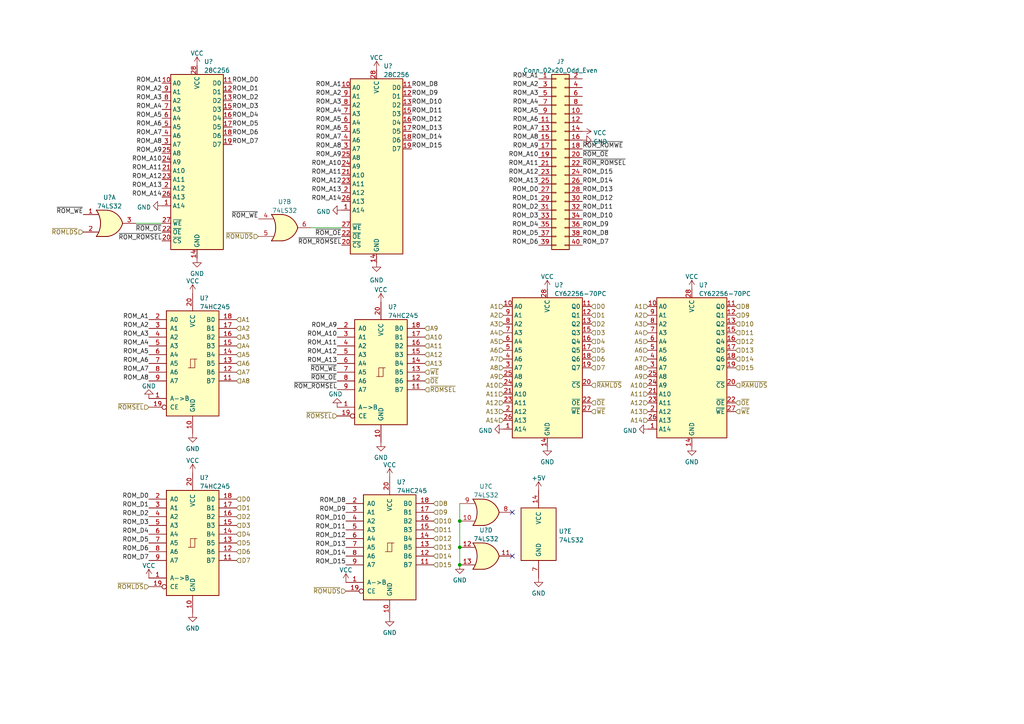
<source format=kicad_sch>
(kicad_sch (version 20211123) (generator eeschema)
  (paper "A4")
  (lib_symbols
    (symbol "74xx:74HC245" (pin_names (offset 1.016))
      (property "Reference" "U" (at -7.62 16.51 0))
      (property "Value" "74HC245" (at -7.62 -16.51 0))
      (symbol "74HC245_1_0"
        (polyline (pts (xy -0.635 -1.27) (xy -0.635 1.27) (xy 0.635 1.27)))
        (polyline (pts (xy -1.27 -1.27) (xy 0.635 -1.27) (xy 0.635 1.27) (xy 1.27 1.27)))
        (pin input line (at -12.7 -10.16 0) (length 5.08) (name "A->B") (number "1"))
        (pin power_in line (at 0 -20.32 90) (length 5.08) (name "GND") (number "10"))
        (pin tri_state line (at 12.7 -5.08 180) (length 5.08) (name "B7") (number "11"))
        (pin tri_state line (at 12.7 -2.54 180) (length 5.08) (name "B6") (number "12"))
        (pin tri_state line (at 12.7 0 180) (length 5.08) (name "B5") (number "13"))
        (pin tri_state line (at 12.7 2.54 180) (length 5.08) (name "B4") (number "14"))
        (pin tri_state line (at 12.7 5.08 180) (length 5.08) (name "B3") (number "15"))
        (pin tri_state line (at 12.7 7.62 180) (length 5.08) (name "B2") (number "16"))
        (pin tri_state line (at 12.7 10.16 180) (length 5.08) (name "B1") (number "17"))
        (pin tri_state line (at 12.7 12.7 180) (length 5.08) (name "B0") (number "18"))
        (pin input inverted (at -12.7 -12.7 0) (length 5.08) (name "CE") (number "19"))
        (pin tri_state line (at -12.7 12.7 0) (length 5.08) (name "A0") (number "2"))
        (pin power_in line (at 0 20.32 270) (length 5.08) (name "VCC") (number "20"))
        (pin tri_state line (at -12.7 10.16 0) (length 5.08) (name "A1") (number "3"))
        (pin tri_state line (at -12.7 7.62 0) (length 5.08) (name "A2") (number "4"))
        (pin tri_state line (at -12.7 5.08 0) (length 5.08) (name "A3") (number "5"))
        (pin tri_state line (at -12.7 2.54 0) (length 5.08) (name "A4") (number "6"))
        (pin tri_state line (at -12.7 0 0) (length 5.08) (name "A5") (number "7"))
        (pin tri_state line (at -12.7 -2.54 0) (length 5.08) (name "A6") (number "8"))
        (pin tri_state line (at -12.7 -5.08 0) (length 5.08) (name "A7") (number "9"))
      )
      (symbol "74HC245_1_1"
        (rectangle (start -7.62 15.24) (end 7.62 -15.24) (stroke (width 0.254)) (fill (type background)))
      )
    )
    (symbol "74xx:74LS32" (pin_names (offset 1.016))
      (property "Reference" "U" (at 0 1.27 0))
      (property "Value" "74LS32" (at 0 -1.27 0))
      (symbol "74LS32_1_1"
        (arc (start -3.81 -3.81) (mid -2.589 0) (end -3.81 3.81) (stroke (width 0.254)))
        (arc (start -0.6096 -3.81) (mid 2.1842 -2.5851) (end 3.81 0) (stroke (width 0.254)) (fill (type background)))
        (polyline (pts (xy -3.81 -3.81) (xy -0.635 -3.81)) (stroke (width 0.254)) (fill (type background)))
        (polyline (pts (xy -3.81 3.81) (xy -0.635 3.81)) (stroke (width 0.254)) (fill (type background)))
        (polyline (pts (xy -0.635 3.81) (xy -3.81 3.81) (xy -3.81 3.81) (xy -3.556 3.4036) (xy -3.0226 2.2606) (xy -2.6924 1.0414) (xy -2.6162 -0.254) (xy -2.7686 -1.4986) (xy -3.175 -2.7178) (xy -3.81 -3.81) (xy -3.81 -3.81) (xy -0.635 -3.81)) (stroke (width -25.4)) (fill (type background)))
        (arc (start 3.81 0) (mid 2.1915 2.5936) (end -0.6096 3.81) (stroke (width 0.254)) (fill (type background)))
        (pin input line (at -7.62 2.54 0) (length 4.318) (name "~") (number "1"))
        (pin input line (at -7.62 -2.54 0) (length 4.318) (name "~") (number "2"))
        (pin output line (at 7.62 0 180) (length 3.81) (name "~") (number "3"))
      )
      (symbol "74LS32_1_2"
        (arc (start 0 -3.81) (mid 3.81 0) (end 0 3.81) (stroke (width 0.254)) (fill (type background)))
        (polyline (pts (xy 0 3.81) (xy -3.81 3.81) (xy -3.81 -3.81) (xy 0 -3.81)) (stroke (width 0.254)) (fill (type background)))
        (pin input inverted (at -7.62 2.54 0) (length 3.81) (name "~") (number "1"))
        (pin input inverted (at -7.62 -2.54 0) (length 3.81) (name "~") (number "2"))
        (pin output inverted (at 7.62 0 180) (length 3.81) (name "~") (number "3"))
      )
      (symbol "74LS32_2_1"
        (arc (start -3.81 -3.81) (mid -2.589 0) (end -3.81 3.81) (stroke (width 0.254)))
        (arc (start -0.6096 -3.81) (mid 2.1842 -2.5851) (end 3.81 0) (stroke (width 0.254)) (fill (type background)))
        (polyline (pts (xy -3.81 -3.81) (xy -0.635 -3.81)) (stroke (width 0.254)) (fill (type background)))
        (polyline (pts (xy -3.81 3.81) (xy -0.635 3.81)) (stroke (width 0.254)) (fill (type background)))
        (polyline (pts (xy -0.635 3.81) (xy -3.81 3.81) (xy -3.81 3.81) (xy -3.556 3.4036) (xy -3.0226 2.2606) (xy -2.6924 1.0414) (xy -2.6162 -0.254) (xy -2.7686 -1.4986) (xy -3.175 -2.7178) (xy -3.81 -3.81) (xy -3.81 -3.81) (xy -0.635 -3.81)) (stroke (width -25.4)) (fill (type background)))
        (arc (start 3.81 0) (mid 2.1915 2.5936) (end -0.6096 3.81) (stroke (width 0.254)) (fill (type background)))
        (pin input line (at -7.62 2.54 0) (length 4.318) (name "~") (number "4"))
        (pin input line (at -7.62 -2.54 0) (length 4.318) (name "~") (number "5"))
        (pin output line (at 7.62 0 180) (length 3.81) (name "~") (number "6"))
      )
      (symbol "74LS32_2_2"
        (arc (start 0 -3.81) (mid 3.81 0) (end 0 3.81) (stroke (width 0.254)) (fill (type background)))
        (polyline (pts (xy 0 3.81) (xy -3.81 3.81) (xy -3.81 -3.81) (xy 0 -3.81)) (stroke (width 0.254)) (fill (type background)))
        (pin input inverted (at -7.62 2.54 0) (length 3.81) (name "~") (number "4"))
        (pin input inverted (at -7.62 -2.54 0) (length 3.81) (name "~") (number "5"))
        (pin output inverted (at 7.62 0 180) (length 3.81) (name "~") (number "6"))
      )
      (symbol "74LS32_3_1"
        (arc (start -3.81 -3.81) (mid -2.589 0) (end -3.81 3.81) (stroke (width 0.254)))
        (arc (start -0.6096 -3.81) (mid 2.1842 -2.5851) (end 3.81 0) (stroke (width 0.254)) (fill (type background)))
        (polyline (pts (xy -3.81 -3.81) (xy -0.635 -3.81)) (stroke (width 0.254)) (fill (type background)))
        (polyline (pts (xy -3.81 3.81) (xy -0.635 3.81)) (stroke (width 0.254)) (fill (type background)))
        (polyline (pts (xy -0.635 3.81) (xy -3.81 3.81) (xy -3.81 3.81) (xy -3.556 3.4036) (xy -3.0226 2.2606) (xy -2.6924 1.0414) (xy -2.6162 -0.254) (xy -2.7686 -1.4986) (xy -3.175 -2.7178) (xy -3.81 -3.81) (xy -3.81 -3.81) (xy -0.635 -3.81)) (stroke (width -25.4)) (fill (type background)))
        (arc (start 3.81 0) (mid 2.1915 2.5936) (end -0.6096 3.81) (stroke (width 0.254)) (fill (type background)))
        (pin input line (at -7.62 -2.54 0) (length 4.318) (name "~") (number "10"))
        (pin output line (at 7.62 0 180) (length 3.81) (name "~") (number "8"))
        (pin input line (at -7.62 2.54 0) (length 4.318) (name "~") (number "9"))
      )
      (symbol "74LS32_3_2"
        (arc (start 0 -3.81) (mid 3.81 0) (end 0 3.81) (stroke (width 0.254)) (fill (type background)))
        (polyline (pts (xy 0 3.81) (xy -3.81 3.81) (xy -3.81 -3.81) (xy 0 -3.81)) (stroke (width 0.254)) (fill (type background)))
        (pin input inverted (at -7.62 -2.54 0) (length 3.81) (name "~") (number "10"))
        (pin output inverted (at 7.62 0 180) (length 3.81) (name "~") (number "8"))
        (pin input inverted (at -7.62 2.54 0) (length 3.81) (name "~") (number "9"))
      )
      (symbol "74LS32_4_1"
        (arc (start -3.81 -3.81) (mid -2.589 0) (end -3.81 3.81) (stroke (width 0.254)))
        (arc (start -0.6096 -3.81) (mid 2.1842 -2.5851) (end 3.81 0) (stroke (width 0.254)) (fill (type background)))
        (polyline (pts (xy -3.81 -3.81) (xy -0.635 -3.81)) (stroke (width 0.254)) (fill (type background)))
        (polyline (pts (xy -3.81 3.81) (xy -0.635 3.81)) (stroke (width 0.254)) (fill (type background)))
        (polyline (pts (xy -0.635 3.81) (xy -3.81 3.81) (xy -3.81 3.81) (xy -3.556 3.4036) (xy -3.0226 2.2606) (xy -2.6924 1.0414) (xy -2.6162 -0.254) (xy -2.7686 -1.4986) (xy -3.175 -2.7178) (xy -3.81 -3.81) (xy -3.81 -3.81) (xy -0.635 -3.81)) (stroke (width -25.4)) (fill (type background)))
        (arc (start 3.81 0) (mid 2.1915 2.5936) (end -0.6096 3.81) (stroke (width 0.254)) (fill (type background)))
        (pin output line (at 7.62 0 180) (length 3.81) (name "~") (number "11"))
        (pin input line (at -7.62 2.54 0) (length 4.318) (name "~") (number "12"))
        (pin input line (at -7.62 -2.54 0) (length 4.318) (name "~") (number "13"))
      )
      (symbol "74LS32_4_2"
        (arc (start 0 -3.81) (mid 3.81 0) (end 0 3.81) (stroke (width 0.254)) (fill (type background)))
        (polyline (pts (xy 0 3.81) (xy -3.81 3.81) (xy -3.81 -3.81) (xy 0 -3.81)) (stroke (width 0.254)) (fill (type background)))
        (pin output inverted (at 7.62 0 180) (length 3.81) (name "~") (number "11"))
        (pin input inverted (at -7.62 2.54 0) (length 3.81) (name "~") (number "12"))
        (pin input inverted (at -7.62 -2.54 0) (length 3.81) (name "~") (number "13"))
      )
      (symbol "74LS32_5_0"
        (pin power_in line (at 0 12.7 270) (length 5.08) (name "VCC") (number "14"))
        (pin power_in line (at 0 -12.7 90) (length 5.08) (name "GND") (number "7"))
      )
      (symbol "74LS32_5_1"
        (rectangle (start -5.08 7.62) (end 5.08 -7.62) (stroke (width 0.254)) (fill (type background)))
      )
    )
    (symbol "Connector_Generic:Conn_02x20_Odd_Even" (pin_names (offset 1.016) hide)
      (property "Reference" "J" (at 1.27 25.4 0))
      (property "Value" "Conn_02x20_Odd_Even" (at 1.27 -27.94 0))
      (symbol "Conn_02x20_Odd_Even_1_1"
        (rectangle (start -1.27 -25.273) (end 0 -25.527) (stroke (width 0.1524)))
        (rectangle (start -1.27 -22.733) (end 0 -22.987) (stroke (width 0.1524)))
        (rectangle (start -1.27 -20.193) (end 0 -20.447) (stroke (width 0.1524)))
        (rectangle (start -1.27 -17.653) (end 0 -17.907) (stroke (width 0.1524)))
        (rectangle (start -1.27 -15.113) (end 0 -15.367) (stroke (width 0.1524)))
        (rectangle (start -1.27 -12.573) (end 0 -12.827) (stroke (width 0.1524)))
        (rectangle (start -1.27 -10.033) (end 0 -10.287) (stroke (width 0.1524)))
        (rectangle (start -1.27 -7.493) (end 0 -7.747) (stroke (width 0.1524)))
        (rectangle (start -1.27 -4.953) (end 0 -5.207) (stroke (width 0.1524)))
        (rectangle (start -1.27 -2.413) (end 0 -2.667) (stroke (width 0.1524)))
        (rectangle (start -1.27 0.127) (end 0 -0.127) (stroke (width 0.1524)))
        (rectangle (start -1.27 2.667) (end 0 2.413) (stroke (width 0.1524)))
        (rectangle (start -1.27 5.207) (end 0 4.953) (stroke (width 0.1524)))
        (rectangle (start -1.27 7.747) (end 0 7.493) (stroke (width 0.1524)))
        (rectangle (start -1.27 10.287) (end 0 10.033) (stroke (width 0.1524)))
        (rectangle (start -1.27 12.827) (end 0 12.573) (stroke (width 0.1524)))
        (rectangle (start -1.27 15.367) (end 0 15.113) (stroke (width 0.1524)))
        (rectangle (start -1.27 17.907) (end 0 17.653) (stroke (width 0.1524)))
        (rectangle (start -1.27 20.447) (end 0 20.193) (stroke (width 0.1524)))
        (rectangle (start -1.27 22.987) (end 0 22.733) (stroke (width 0.1524)))
        (rectangle (start -1.27 24.13) (end 3.81 -26.67) (stroke (width 0.254)) (fill (type background)))
        (rectangle (start 3.81 -25.273) (end 2.54 -25.527) (stroke (width 0.1524)))
        (rectangle (start 3.81 -22.733) (end 2.54 -22.987) (stroke (width 0.1524)))
        (rectangle (start 3.81 -20.193) (end 2.54 -20.447) (stroke (width 0.1524)))
        (rectangle (start 3.81 -17.653) (end 2.54 -17.907) (stroke (width 0.1524)))
        (rectangle (start 3.81 -15.113) (end 2.54 -15.367) (stroke (width 0.1524)))
        (rectangle (start 3.81 -12.573) (end 2.54 -12.827) (stroke (width 0.1524)))
        (rectangle (start 3.81 -10.033) (end 2.54 -10.287) (stroke (width 0.1524)))
        (rectangle (start 3.81 -7.493) (end 2.54 -7.747) (stroke (width 0.1524)))
        (rectangle (start 3.81 -4.953) (end 2.54 -5.207) (stroke (width 0.1524)))
        (rectangle (start 3.81 -2.413) (end 2.54 -2.667) (stroke (width 0.1524)))
        (rectangle (start 3.81 0.127) (end 2.54 -0.127) (stroke (width 0.1524)))
        (rectangle (start 3.81 2.667) (end 2.54 2.413) (stroke (width 0.1524)))
        (rectangle (start 3.81 5.207) (end 2.54 4.953) (stroke (width 0.1524)))
        (rectangle (start 3.81 7.747) (end 2.54 7.493) (stroke (width 0.1524)))
        (rectangle (start 3.81 10.287) (end 2.54 10.033) (stroke (width 0.1524)))
        (rectangle (start 3.81 12.827) (end 2.54 12.573) (stroke (width 0.1524)))
        (rectangle (start 3.81 15.367) (end 2.54 15.113) (stroke (width 0.1524)))
        (rectangle (start 3.81 17.907) (end 2.54 17.653) (stroke (width 0.1524)))
        (rectangle (start 3.81 20.447) (end 2.54 20.193) (stroke (width 0.1524)))
        (rectangle (start 3.81 22.987) (end 2.54 22.733) (stroke (width 0.1524)))
        (pin passive line (at -5.08 22.86 0) (length 3.81) (name "Pin_1") (number "1"))
        (pin passive line (at 7.62 12.7 180) (length 3.81) (name "Pin_10") (number "10"))
        (pin passive line (at -5.08 10.16 0) (length 3.81) (name "Pin_11") (number "11"))
        (pin passive line (at 7.62 10.16 180) (length 3.81) (name "Pin_12") (number "12"))
        (pin passive line (at -5.08 7.62 0) (length 3.81) (name "Pin_13") (number "13"))
        (pin passive line (at 7.62 7.62 180) (length 3.81) (name "Pin_14") (number "14"))
        (pin passive line (at -5.08 5.08 0) (length 3.81) (name "Pin_15") (number "15"))
        (pin passive line (at 7.62 5.08 180) (length 3.81) (name "Pin_16") (number "16"))
        (pin passive line (at -5.08 2.54 0) (length 3.81) (name "Pin_17") (number "17"))
        (pin passive line (at 7.62 2.54 180) (length 3.81) (name "Pin_18") (number "18"))
        (pin passive line (at -5.08 0 0) (length 3.81) (name "Pin_19") (number "19"))
        (pin passive line (at 7.62 22.86 180) (length 3.81) (name "Pin_2") (number "2"))
        (pin passive line (at 7.62 0 180) (length 3.81) (name "Pin_20") (number "20"))
        (pin passive line (at -5.08 -2.54 0) (length 3.81) (name "Pin_21") (number "21"))
        (pin passive line (at 7.62 -2.54 180) (length 3.81) (name "Pin_22") (number "22"))
        (pin passive line (at -5.08 -5.08 0) (length 3.81) (name "Pin_23") (number "23"))
        (pin passive line (at 7.62 -5.08 180) (length 3.81) (name "Pin_24") (number "24"))
        (pin passive line (at -5.08 -7.62 0) (length 3.81) (name "Pin_25") (number "25"))
        (pin passive line (at 7.62 -7.62 180) (length 3.81) (name "Pin_26") (number "26"))
        (pin passive line (at -5.08 -10.16 0) (length 3.81) (name "Pin_27") (number "27"))
        (pin passive line (at 7.62 -10.16 180) (length 3.81) (name "Pin_28") (number "28"))
        (pin passive line (at -5.08 -12.7 0) (length 3.81) (name "Pin_29") (number "29"))
        (pin passive line (at -5.08 20.32 0) (length 3.81) (name "Pin_3") (number "3"))
        (pin passive line (at 7.62 -12.7 180) (length 3.81) (name "Pin_30") (number "30"))
        (pin passive line (at -5.08 -15.24 0) (length 3.81) (name "Pin_31") (number "31"))
        (pin passive line (at 7.62 -15.24 180) (length 3.81) (name "Pin_32") (number "32"))
        (pin passive line (at -5.08 -17.78 0) (length 3.81) (name "Pin_33") (number "33"))
        (pin passive line (at 7.62 -17.78 180) (length 3.81) (name "Pin_34") (number "34"))
        (pin passive line (at -5.08 -20.32 0) (length 3.81) (name "Pin_35") (number "35"))
        (pin passive line (at 7.62 -20.32 180) (length 3.81) (name "Pin_36") (number "36"))
        (pin passive line (at -5.08 -22.86 0) (length 3.81) (name "Pin_37") (number "37"))
        (pin passive line (at 7.62 -22.86 180) (length 3.81) (name "Pin_38") (number "38"))
        (pin passive line (at -5.08 -25.4 0) (length 3.81) (name "Pin_39") (number "39"))
        (pin passive line (at 7.62 20.32 180) (length 3.81) (name "Pin_4") (number "4"))
        (pin passive line (at 7.62 -25.4 180) (length 3.81) (name "Pin_40") (number "40"))
        (pin passive line (at -5.08 17.78 0) (length 3.81) (name "Pin_5") (number "5"))
        (pin passive line (at 7.62 17.78 180) (length 3.81) (name "Pin_6") (number "6"))
        (pin passive line (at -5.08 15.24 0) (length 3.81) (name "Pin_7") (number "7"))
        (pin passive line (at 7.62 15.24 180) (length 3.81) (name "Pin_8") (number "8"))
        (pin passive line (at -5.08 12.7 0) (length 3.81) (name "Pin_9") (number "9"))
      )
    )
    (symbol "Memory_EEPROM:28C256"
      (property "Reference" "U" (at -7.62 26.67 0))
      (property "Value" "28C256" (at 2.54 -26.67 0))
      (symbol "28C256_1_1"
        (rectangle (start -7.62 25.4) (end 7.62 -25.4) (stroke (width 0.254)) (fill (type background)))
        (pin input line (at -10.16 -12.7 0) (length 2.54) (name "A14") (number "1"))
        (pin input line (at -10.16 22.86 0) (length 2.54) (name "A0") (number "10"))
        (pin tri_state line (at 10.16 22.86 180) (length 2.54) (name "D0") (number "11"))
        (pin tri_state line (at 10.16 20.32 180) (length 2.54) (name "D1") (number "12"))
        (pin tri_state line (at 10.16 17.78 180) (length 2.54) (name "D2") (number "13"))
        (pin power_in line (at 0 -27.94 90) (length 2.54) (name "GND") (number "14"))
        (pin tri_state line (at 10.16 15.24 180) (length 2.54) (name "D3") (number "15"))
        (pin tri_state line (at 10.16 12.7 180) (length 2.54) (name "D4") (number "16"))
        (pin tri_state line (at 10.16 10.16 180) (length 2.54) (name "D5") (number "17"))
        (pin tri_state line (at 10.16 7.62 180) (length 2.54) (name "D6") (number "18"))
        (pin tri_state line (at 10.16 5.08 180) (length 2.54) (name "D7") (number "19"))
        (pin input line (at -10.16 -7.62 0) (length 2.54) (name "A12") (number "2"))
        (pin input line (at -10.16 -22.86 0) (length 2.54) (name "~{CS}") (number "20"))
        (pin input line (at -10.16 -2.54 0) (length 2.54) (name "A10") (number "21"))
        (pin input line (at -10.16 -20.32 0) (length 2.54) (name "~{OE}") (number "22"))
        (pin input line (at -10.16 -5.08 0) (length 2.54) (name "A11") (number "23"))
        (pin input line (at -10.16 0 0) (length 2.54) (name "A9") (number "24"))
        (pin input line (at -10.16 2.54 0) (length 2.54) (name "A8") (number "25"))
        (pin input line (at -10.16 -10.16 0) (length 2.54) (name "A13") (number "26"))
        (pin input line (at -10.16 -17.78 0) (length 2.54) (name "~{WE}") (number "27"))
        (pin power_in line (at 0 27.94 270) (length 2.54) (name "VCC") (number "28"))
        (pin input line (at -10.16 5.08 0) (length 2.54) (name "A7") (number "3"))
        (pin input line (at -10.16 7.62 0) (length 2.54) (name "A6") (number "4"))
        (pin input line (at -10.16 10.16 0) (length 2.54) (name "A5") (number "5"))
        (pin input line (at -10.16 12.7 0) (length 2.54) (name "A4") (number "6"))
        (pin input line (at -10.16 15.24 0) (length 2.54) (name "A3") (number "7"))
        (pin input line (at -10.16 17.78 0) (length 2.54) (name "A2") (number "8"))
        (pin input line (at -10.16 20.32 0) (length 2.54) (name "A1") (number "9"))
      )
    )
    (symbol "Memory_RAM:CY62256-70PC"
      (property "Reference" "U" (at -10.16 20.955 0))
      (property "Value" "CY62256-70PC" (at 2.54 20.955 0))
      (symbol "CY62256-70PC_0_0"
        (pin power_in line (at 0 -22.86 90) (length 2.54) (name "GND") (number "14"))
        (pin power_in line (at 0 22.86 270) (length 2.54) (name "VCC") (number "28"))
      )
      (symbol "CY62256-70PC_0_1"
        (rectangle (start -10.16 20.32) (end 10.16 -20.32) (stroke (width 0.254)) (fill (type background)))
      )
      (symbol "CY62256-70PC_1_1"
        (pin input line (at -12.7 -17.78 0) (length 2.54) (name "A14") (number "1"))
        (pin input line (at -12.7 17.78 0) (length 2.54) (name "A0") (number "10"))
        (pin tri_state line (at 12.7 17.78 180) (length 2.54) (name "Q0") (number "11"))
        (pin tri_state line (at 12.7 15.24 180) (length 2.54) (name "Q1") (number "12"))
        (pin tri_state line (at 12.7 12.7 180) (length 2.54) (name "Q2") (number "13"))
        (pin tri_state line (at 12.7 10.16 180) (length 2.54) (name "Q3") (number "15"))
        (pin tri_state line (at 12.7 7.62 180) (length 2.54) (name "Q4") (number "16"))
        (pin tri_state line (at 12.7 5.08 180) (length 2.54) (name "Q5") (number "17"))
        (pin tri_state line (at 12.7 2.54 180) (length 2.54) (name "Q6") (number "18"))
        (pin tri_state line (at 12.7 0 180) (length 2.54) (name "Q7") (number "19"))
        (pin input line (at -12.7 -12.7 0) (length 2.54) (name "A12") (number "2"))
        (pin input line (at 12.7 -5.08 180) (length 2.54) (name "~{CS}") (number "20"))
        (pin input line (at -12.7 -7.62 0) (length 2.54) (name "A10") (number "21"))
        (pin input line (at 12.7 -10.16 180) (length 2.54) (name "~{OE}") (number "22"))
        (pin input line (at -12.7 -10.16 0) (length 2.54) (name "A11") (number "23"))
        (pin input line (at -12.7 -5.08 0) (length 2.54) (name "A9") (number "24"))
        (pin input line (at -12.7 -2.54 0) (length 2.54) (name "A8") (number "25"))
        (pin input line (at -12.7 -15.24 0) (length 2.54) (name "A13") (number "26"))
        (pin input line (at 12.7 -12.7 180) (length 2.54) (name "~{WE}") (number "27"))
        (pin input line (at -12.7 0 0) (length 2.54) (name "A7") (number "3"))
        (pin input line (at -12.7 2.54 0) (length 2.54) (name "A6") (number "4"))
        (pin input line (at -12.7 5.08 0) (length 2.54) (name "A5") (number "5"))
        (pin input line (at -12.7 7.62 0) (length 2.54) (name "A4") (number "6"))
        (pin input line (at -12.7 10.16 0) (length 2.54) (name "A3") (number "7"))
        (pin input line (at -12.7 12.7 0) (length 2.54) (name "A2") (number "8"))
        (pin input line (at -12.7 15.24 0) (length 2.54) (name "A1") (number "9"))
      )
    )
    (symbol "power:+5V" (power) (pin_names (offset 0))
      (property "Value" "+5V" (at 0 3.556 0))
      (symbol "+5V_0_1"
        (polyline (pts (xy -0.762 1.27) (xy 0 2.54)))
        (polyline (pts (xy 0 0) (xy 0 2.54)))
        (polyline (pts (xy 0 2.54) (xy 0.762 1.27)))
      )
      (symbol "+5V_1_1"
        (pin power_in line (at 0 0 90) (length 0) hide (name "+5V") (number "1"))
      )
    )
    (symbol "power:GND" (power) (pin_names (offset 0))
      (property "Value" "GND" (at 0 -3.81 0))
      (symbol "GND_0_1"
        (polyline (pts (xy 0 0) (xy 0 -1.27) (xy 1.27 -1.27) (xy 0 -2.54) (xy -1.27 -1.27) (xy 0 -1.27)))
      )
      (symbol "GND_1_1"
        (pin power_in line (at 0 0 270) (length 0) hide (name "GND") (number "1"))
      )
    )
    (symbol "power:VCC" (power) (pin_names (offset 0))
      (property "Value" "VCC" (at 0 3.81 0))
      (symbol "VCC_0_1"
        (polyline (pts (xy -0.762 1.27) (xy 0 2.54)))
        (polyline (pts (xy 0 0) (xy 0 2.54)))
        (polyline (pts (xy 0 2.54) (xy 0.762 1.27)))
      )
      (symbol "VCC_1_1"
        (pin power_in line (at 0 0 90) (length 0) hide (name "VCC") (number "1"))
      )
    )
  )
  (junction (at 133.35 163.83))
  (junction (at 133.35 158.75))
  (junction (at 133.35 151.13))
  (no_connect (at 148.59 161.29))
  (no_connect (at 148.59 148.59))
  (wire (pts (xy 90.17 66.04) (xy 99.06 66.04)))
  (wire (pts (xy 133.35 158.75) (xy 133.35 163.83)))
  (wire (pts (xy 133.35 151.13) (xy 133.35 158.75)))
  (wire (pts (xy 39.37 64.77) (xy 46.99 64.77)))
  (wire (pts (xy 133.35 146.05) (xy 133.35 151.13)))
  (label "ROM_A7" (at 99.06 40.64 180))
  (label "ROM_A1" (at 99.06 25.4 180))
  (label "ROM_D0" (at 156.21 55.88 180))
  (label "ROM_D14" (at 100.33 161.29 180))
  (label "~{ROM_ROMSEL}" (at 99.06 71.12 180))
  (label "ROM_D10" (at 100.33 151.13 180))
  (label "ROM_D5" (at 67.31 36.83 0))
  (label "ROM_A13" (at 156.21 53.34 180))
  (label "ROM_D3" (at 156.21 63.5 180))
  (label "ROM_D15" (at 168.91 50.8 0))
  (label "ROM_A11" (at 156.21 48.26 180))
  (label "ROM_A11" (at 99.06 50.8 180))
  (label "ROM_D11" (at 119.38 33.02 0))
  (label "ROM_A2" (at 99.06 27.94 180))
  (label "~{ROM_OE}" (at 168.91 45.72 0))
  (label "ROM_D7" (at 43.18 162.56 180))
  (label "ROM_D15" (at 100.33 163.83 180))
  (label "ROM_A7" (at 156.21 38.1 180))
  (label "~{ROM_ROMSEL}" (at 97.79 113.03 180))
  (label "ROM_D4" (at 43.18 154.94 180))
  (label "ROM_A2" (at 46.99 26.67 180))
  (label "ROM_A13" (at 46.99 54.61 180))
  (label "ROM_A8" (at 43.18 110.49 180))
  (label "ROM_D15" (at 119.38 43.18 0))
  (label "ROM_D5" (at 43.18 157.48 180))
  (label "ROM_A9" (at 156.21 43.18 180))
  (label "ROM_D1" (at 43.18 147.32 180))
  (label "ROM_D2" (at 156.21 60.96 180))
  (label "ROM_A13" (at 99.06 55.88 180))
  (label "ROM_A4" (at 46.99 31.75 180))
  (label "ROM_A14" (at 99.06 58.42 180))
  (label "ROM_D3" (at 43.18 152.4 180))
  (label "~{ROM_WE}" (at 74.93 63.5 180))
  (label "ROM_D1" (at 67.31 26.67 0))
  (label "ROM_D8" (at 168.91 68.58 0))
  (label "ROM_D12" (at 168.91 58.42 0))
  (label "ROM_A3" (at 43.18 97.79 180))
  (label "ROM_A14" (at 46.99 57.15 180))
  (label "ROM_D4" (at 156.21 66.04 180))
  (label "ROM_D7" (at 67.31 41.91 0))
  (label "ROM_A1" (at 46.99 24.13 180))
  (label "ROM_D0" (at 67.31 24.13 0))
  (label "ROM_D6" (at 67.31 39.37 0))
  (label "~{ROM_OE}" (at 99.06 68.58 180))
  (label "ROM_A3" (at 156.21 27.94 180))
  (label "ROM_D14" (at 168.91 53.34 0))
  (label "ROM_A11" (at 97.79 100.33 180))
  (label "ROM_D6" (at 156.21 71.12 180))
  (label "ROM_A8" (at 46.99 41.91 180))
  (label "ROM_A7" (at 43.18 107.95 180))
  (label "ROM_D4" (at 67.31 34.29 0))
  (label "~{ROM_WE}" (at 97.79 107.95 180))
  (label "ROM_A10" (at 99.06 48.26 180))
  (label "ROM_A6" (at 156.21 35.56 180))
  (label "ROM_A5" (at 156.21 33.02 180))
  (label "ROM_D5" (at 156.21 68.58 180))
  (label "ROM_A8" (at 99.06 43.18 180))
  (label "ROM_A9" (at 99.06 45.72 180))
  (label "ROM_D2" (at 67.31 29.21 0))
  (label "ROM_A12" (at 99.06 53.34 180))
  (label "ROM_A10" (at 97.79 97.79 180))
  (label "ROM_D7" (at 168.91 71.12 0))
  (label "ROM_A4" (at 99.06 33.02 180))
  (label "ROM_D12" (at 100.33 156.21 180))
  (label "ROM_A12" (at 46.99 52.07 180))
  (label "~{ROM_OE}" (at 46.99 67.31 180))
  (label "~{ROM_ROMSEL}" (at 46.99 69.85 180))
  (label "ROM_D9" (at 119.38 27.94 0))
  (label "ROM_D11" (at 168.91 60.96 0))
  (label "ROM_A3" (at 99.06 30.48 180))
  (label "ROM_D10" (at 168.91 63.5 0))
  (label "ROM_A10" (at 156.21 45.72 180))
  (label "ROM_D1" (at 156.21 58.42 180))
  (label "ROM_D13" (at 100.33 158.75 180))
  (label "ROM_D13" (at 168.91 55.88 0))
  (label "~{ROM_WE}" (at 24.13 62.23 180))
  (label "ROM_A2" (at 43.18 95.25 180))
  (label "ROM_A8" (at 156.21 40.64 180))
  (label "ROM_A2" (at 156.21 25.4 180))
  (label "ROM_D11" (at 100.33 153.67 180))
  (label "ROM_D8" (at 100.33 146.05 180))
  (label "ROM_D10" (at 119.38 30.48 0))
  (label "ROM_A1" (at 43.18 92.71 180))
  (label "ROM_A9" (at 46.99 44.45 180))
  (label "ROM_A6" (at 43.18 105.41 180))
  (label "ROM_D14" (at 119.38 40.64 0))
  (label "ROM_A12" (at 97.79 102.87 180))
  (label "ROM_D0" (at 43.18 144.78 180))
  (label "ROM_A5" (at 46.99 34.29 180))
  (label "ROM_D12" (at 119.38 35.56 0))
  (label "ROM_A3" (at 46.99 29.21 180))
  (label "ROM_A9" (at 97.79 95.25 180))
  (label "ROM_D2" (at 43.18 149.86 180))
  (label "ROM_A7" (at 46.99 39.37 180))
  (label "~{ROM_ROMSEL}" (at 168.91 48.26 0))
  (label "ROM_A4" (at 43.18 100.33 180))
  (label "ROM_D13" (at 119.38 38.1 0))
  (label "ROM_A6" (at 99.06 38.1 180))
  (label "ROM_A4" (at 156.21 30.48 180))
  (label "ROM_D6" (at 43.18 160.02 180))
  (label "ROM_A5" (at 43.18 102.87 180))
  (label "ROM_A10" (at 46.99 46.99 180))
  (label "ROM_D9" (at 168.91 66.04 0))
  (label "~{ROM_ROMWE}" (at 168.91 43.18 0))
  (label "ROM_A6" (at 46.99 36.83 180))
  (label "ROM_D9" (at 100.33 148.59 180))
  (label "ROM_A11" (at 46.99 49.53 180))
  (label "ROM_A1" (at 156.21 22.86 180))
  (label "ROM_D3" (at 67.31 31.75 0))
  (label "ROM_A13" (at 97.79 105.41 180))
  (label "ROM_A12" (at 156.21 50.8 180))
  (label "ROM_D8" (at 119.38 25.4 0))
  (label "~{ROM_OE}" (at 97.79 110.49 180))
  (label "ROM_A5" (at 99.06 35.56 180))
  (hierarchical_label "D14" (shape input) (at 213.36 104.14 0))
  (hierarchical_label "D0" (shape input) (at 171.45 88.9 0))
  (hierarchical_label "A11" (shape input) (at 187.96 114.3 180))
  (hierarchical_label "D9" (shape input) (at 125.73 148.59 0))
  (hierarchical_label "A4" (shape input) (at 146.05 96.52 180))
  (hierarchical_label "D6" (shape input) (at 68.58 160.02 0))
  (hierarchical_label "A12" (shape input) (at 146.05 116.84 180))
  (hierarchical_label "~{ROMLDS}" (shape input) (at 24.13 67.31 180))
  (hierarchical_label "D2" (shape input) (at 171.45 93.98 0))
  (hierarchical_label "A13" (shape input) (at 187.96 119.38 180))
  (hierarchical_label "D1" (shape input) (at 68.58 147.32 0))
  (hierarchical_label "~{WE}" (shape input) (at 171.45 119.38 0))
  (hierarchical_label "A14" (shape input) (at 187.96 121.92 180))
  (hierarchical_label "~{ROMUDS}" (shape input) (at 100.33 171.45 180))
  (hierarchical_label "A11" (shape input) (at 146.05 114.3 180))
  (hierarchical_label "A13" (shape input) (at 123.19 105.41 0))
  (hierarchical_label "A10" (shape input) (at 187.96 111.76 180))
  (hierarchical_label "D2" (shape input) (at 68.58 149.86 0))
  (hierarchical_label "~{WE}" (shape input) (at 213.36 119.38 0))
  (hierarchical_label "A3" (shape input) (at 187.96 93.98 180))
  (hierarchical_label "~{RAMLDS}" (shape input) (at 171.45 111.76 0))
  (hierarchical_label "A3" (shape input) (at 68.58 97.79 0))
  (hierarchical_label "D14" (shape input) (at 125.73 161.29 0))
  (hierarchical_label "A8" (shape input) (at 187.96 106.68 180))
  (hierarchical_label "A11" (shape input) (at 123.19 100.33 0))
  (hierarchical_label "A10" (shape input) (at 146.05 111.76 180))
  (hierarchical_label "A3" (shape input) (at 146.05 93.98 180))
  (hierarchical_label "A12" (shape input) (at 187.96 116.84 180))
  (hierarchical_label "A12" (shape input) (at 123.19 102.87 0))
  (hierarchical_label "A2" (shape input) (at 146.05 91.44 180))
  (hierarchical_label "A2" (shape input) (at 68.58 95.25 0))
  (hierarchical_label "A14" (shape input) (at 146.05 121.92 180))
  (hierarchical_label "D15" (shape input) (at 213.36 106.68 0))
  (hierarchical_label "D13" (shape input) (at 125.73 158.75 0))
  (hierarchical_label "~{ROMSEL}" (shape input) (at 123.19 113.03 0))
  (hierarchical_label "D11" (shape input) (at 213.36 96.52 0))
  (hierarchical_label "D10" (shape input) (at 125.73 151.13 0))
  (hierarchical_label "D9" (shape input) (at 213.36 91.44 0))
  (hierarchical_label "A6" (shape input) (at 187.96 101.6 180))
  (hierarchical_label "A9" (shape input) (at 123.19 95.25 0))
  (hierarchical_label "D7" (shape input) (at 68.58 162.56 0))
  (hierarchical_label "~{RAMUDS}" (shape input) (at 213.36 111.76 0))
  (hierarchical_label "A5" (shape input) (at 187.96 99.06 180))
  (hierarchical_label "A1" (shape input) (at 187.96 88.9 180))
  (hierarchical_label "~{OE}" (shape input) (at 171.45 116.84 0))
  (hierarchical_label "D8" (shape input) (at 213.36 88.9 0))
  (hierarchical_label "A7" (shape input) (at 68.58 107.95 0))
  (hierarchical_label "D4" (shape input) (at 68.58 154.94 0))
  (hierarchical_label "D0" (shape input) (at 68.58 144.78 0))
  (hierarchical_label "D6" (shape input) (at 171.45 104.14 0))
  (hierarchical_label "A8" (shape input) (at 68.58 110.49 0))
  (hierarchical_label "A1" (shape input) (at 68.58 92.71 0))
  (hierarchical_label "D8" (shape input) (at 125.73 146.05 0))
  (hierarchical_label "~{ROMUDS}" (shape input) (at 74.93 68.58 180))
  (hierarchical_label "A10" (shape input) (at 123.19 97.79 0))
  (hierarchical_label "D15" (shape input) (at 125.73 163.83 0))
  (hierarchical_label "D10" (shape input) (at 213.36 93.98 0))
  (hierarchical_label "A7" (shape input) (at 146.05 104.14 180))
  (hierarchical_label "D5" (shape input) (at 171.45 101.6 0))
  (hierarchical_label "A1" (shape input) (at 146.05 88.9 180))
  (hierarchical_label "A9" (shape input) (at 187.96 109.22 180))
  (hierarchical_label "~{ROMSEL}" (shape input) (at 43.18 118.11 180))
  (hierarchical_label "A5" (shape input) (at 146.05 99.06 180))
  (hierarchical_label "A5" (shape input) (at 68.58 102.87 0))
  (hierarchical_label "~{WE}" (shape input) (at 123.19 107.95 0))
  (hierarchical_label "D3" (shape input) (at 68.58 152.4 0))
  (hierarchical_label "A9" (shape input) (at 146.05 109.22 180))
  (hierarchical_label "A6" (shape input) (at 146.05 101.6 180))
  (hierarchical_label "A13" (shape input) (at 146.05 119.38 180))
  (hierarchical_label "A2" (shape input) (at 187.96 91.44 180))
  (hierarchical_label "A8" (shape input) (at 146.05 106.68 180))
  (hierarchical_label "~{OE}" (shape input) (at 213.36 116.84 0))
  (hierarchical_label "~{ROMSEL}" (shape input) (at 97.79 120.65 180))
  (hierarchical_label "A6" (shape input) (at 68.58 105.41 0))
  (hierarchical_label "A4" (shape input) (at 68.58 100.33 0))
  (hierarchical_label "D1" (shape input) (at 171.45 91.44 0))
  (hierarchical_label "D12" (shape input) (at 213.36 99.06 0))
  (hierarchical_label "D7" (shape input) (at 171.45 106.68 0))
  (hierarchical_label "D13" (shape input) (at 213.36 101.6 0))
  (hierarchical_label "D11" (shape input) (at 125.73 153.67 0))
  (hierarchical_label "~{OE}" (shape input) (at 123.19 110.49 0))
  (hierarchical_label "D4" (shape input) (at 171.45 99.06 0))
  (hierarchical_label "A7" (shape input) (at 187.96 104.14 180))
  (hierarchical_label "A4" (shape input) (at 187.96 96.52 180))
  (hierarchical_label "D3" (shape input) (at 171.45 96.52 0))
  (hierarchical_label "D5" (shape input) (at 68.58 157.48 0))
  (hierarchical_label "~{ROMLDS}" (shape input) (at 43.18 170.18 180))
  (hierarchical_label "D12" (shape input) (at 125.73 156.21 0))
  (symbol (lib_id "power:VCC") (at 55.88 137.16 0) (unit 1)
    (property "Reference" "#PWR?" (effects hide))
    (property "Value" "VCC" (at 55.88 133.5842 0))
  )
  (symbol (lib_id "Memory_EEPROM:28C256") (at 57.15 46.99 0) (unit 1)
    (property "Reference" "U?" (at 59.1694 17.8902 0) (effects (justify left)))
    (property "Value" "28C256" (at 59.1694 20.4271 0) (effects (justify left)))
    (property "Datasheet" "http://ww1.microchip.com/downloads/en/DeviceDoc/doc0006.pdf" (effects hide))
  )
  (symbol (lib_id "74xx:74HC245") (at 55.88 157.48 0) (unit 1)
    (property "Reference" "U?" (at 57.8994 138.5402 0) (effects (justify left)))
    (property "Value" "74HC245" (at 57.8994 141.0771 0) (effects (justify left)))
    (property "Datasheet" "http://www.ti.com/lit/gpn/sn74HC245" (effects hide))
  )
  (symbol (lib_id "Memory_RAM:CY62256-70PC") (at 158.75 106.68 0) (unit 1)
    (property "Reference" "U?" (at 160.7694 82.6602 0) (effects (justify left)))
    (property "Value" "CY62256-70PC" (at 160.7694 85.1971 0) (effects (justify left)))
    (property "Footprint" "Package_DIP:DIP-28_W15.24mm" (effects hide))
    (property "Datasheet" "https://ecee.colorado.edu/~mcclurel/Cypress_SRAM_CY62256.pdf" (effects hide))
  )
  (symbol (lib_id "power:VCC") (at 113.03 138.43 0) (unit 1)
    (property "Reference" "#PWR?" (effects hide))
    (property "Value" "VCC" (at 113.03 134.8542 0))
  )
  (symbol (lib_id "power:VCC") (at 110.49 87.63 0) (unit 1)
    (property "Reference" "#PWR?" (effects hide))
    (property "Value" "VCC" (at 110.49 84.0542 0))
  )
  (symbol (lib_id "power:+5V") (at 156.21 142.24 0) (unit 1)
    (property "Reference" "#PWR?" (effects hide))
    (property "Value" "+5V" (at 156.21 138.6642 0))
  )
  (symbol (lib_id "power:VCC") (at 200.66 83.82 0) (unit 1)
    (property "Reference" "#PWR?" (effects hide))
    (property "Value" "VCC" (at 200.66 80.2442 0))
  )
  (symbol (lib_id "74xx:74LS32") (at 82.55 66.04 0) (unit 2)
    (property "Reference" "U?" (at 82.55 58.5302 0))
    (property "Value" "74LS32" (at 82.55 61.0671 0))
    (property "Datasheet" "http://www.ti.com/lit/gpn/sn74LS32" (effects hide))
  )
  (symbol (lib_id "power:GND") (at 55.88 177.8 0) (unit 1)
    (property "Reference" "#PWR?" (effects hide))
    (property "Value" "GND" (at 55.88 182.2434 0))
  )
  (symbol (lib_id "power:GND") (at 133.35 163.83 0) (unit 1)
    (property "Reference" "#PWR?" (effects hide))
    (property "Value" "GND" (at 133.35 168.2734 0))
  )
  (symbol (lib_id "power:GND") (at 200.66 129.54 0) (unit 1)
    (property "Reference" "#PWR?" (effects hide))
    (property "Value" "GND" (at 200.66 133.9834 0))
  )
  (symbol (lib_id "power:GND") (at 97.79 118.11 180) (unit 1)
    (property "Reference" "#PWR?" (effects hide))
    (property "Value" "GND" (at 95.25 114.3 0) (effects (justify right)))
  )
  (symbol (lib_id "Connector_Generic:Conn_02x20_Odd_Even") (at 161.29 45.72 0) (unit 1)
    (property "Reference" "J?" (at 162.56 17.8902 0))
    (property "Value" "Conn_02x20_Odd_Even" (at 162.56 20.4271 0))
  )
  (symbol (lib_id "74xx:74HC245") (at 110.49 107.95 0) (unit 1)
    (property "Reference" "U?" (at 112.5094 89.0102 0) (effects (justify left)))
    (property "Value" "74HC245" (at 112.5094 91.5471 0) (effects (justify left)))
    (property "Datasheet" "http://www.ti.com/lit/gpn/sn74HC245" (effects hide))
  )
  (symbol (lib_id "74xx:74LS32") (at 140.97 161.29 0) (unit 4)
    (property "Reference" "U?" (at 140.97 153.7802 0))
    (property "Value" "74LS32" (at 140.97 156.3171 0))
    (property "Datasheet" "http://www.ti.com/lit/gpn/sn74LS32" (effects hide))
  )
  (symbol (lib_id "power:GND") (at 109.22 76.2 0) (unit 1)
    (property "Reference" "#PWR?" (effects hide))
    (property "Value" "GND" (at 109.22 81.28 0))
  )
  (symbol (lib_id "power:GND") (at 110.49 128.27 0) (unit 1)
    (property "Reference" "#PWR?" (effects hide))
    (property "Value" "GND" (at 110.49 132.7134 0))
  )
  (symbol (lib_id "power:GND") (at 187.96 124.46 270) (unit 1)
    (property "Reference" "#PWR?" (effects hide))
    (property "Value" "GND" (at 184.7851 124.8938 90) (effects (justify right)))
  )
  (symbol (lib_id "power:VCC") (at 100.33 168.91 0) (unit 1)
    (property "Reference" "#PWR?" (effects hide))
    (property "Value" "VCC" (at 100.33 165.3342 0))
  )
  (symbol (lib_id "power:VCC") (at 168.91 38.1 270) (unit 1)
    (property "Reference" "#PWR?" (effects hide))
    (property "Value" "VCC" (at 172.085 38.5338 90) (effects (justify left)))
  )
  (symbol (lib_id "power:VCC") (at 55.88 85.09 0) (unit 1)
    (property "Reference" "#PWR?" (effects hide))
    (property "Value" "VCC" (at 55.88 81.5142 0))
  )
  (symbol (lib_id "power:GND") (at 57.15 74.93 0) (unit 1)
    (property "Reference" "#PWR?" (effects hide))
    (property "Value" "GND" (at 57.15 79.3734 0))
  )
  (symbol (lib_id "power:GND") (at 43.18 115.57 180) (unit 1)
    (property "Reference" "#PWR?" (effects hide))
    (property "Value" "GND" (at 43.18 111.9942 0))
  )
  (symbol (lib_id "74xx:74LS32") (at 140.97 148.59 0) (unit 3)
    (property "Reference" "U?" (at 140.97 141.0802 0))
    (property "Value" "74LS32" (at 140.97 143.6171 0))
    (property "Datasheet" "http://www.ti.com/lit/gpn/sn74LS32" (effects hide))
  )
  (symbol (lib_id "Memory_EEPROM:28C256") (at 109.22 48.26 0) (unit 1)
    (property "Reference" "U?" (at 111.2394 19.1602 0) (effects (justify left)))
    (property "Value" "28C256" (at 111.2394 21.6971 0) (effects (justify left)))
    (property "Datasheet" "http://ww1.microchip.com/downloads/en/DeviceDoc/doc0006.pdf" (effects hide))
  )
  (symbol (lib_id "74xx:74HC245") (at 55.88 105.41 0) (unit 1)
    (property "Reference" "U?" (at 57.8994 86.4702 0) (effects (justify left)))
    (property "Value" "74HC245" (at 57.8994 89.0071 0) (effects (justify left)))
    (property "Datasheet" "http://www.ti.com/lit/gpn/sn74HC245" (effects hide))
  )
  (symbol (lib_id "power:GND") (at 46.99 59.69 270) (unit 1)
    (property "Reference" "#PWR?" (effects hide))
    (property "Value" "GND" (at 43.8151 60.1238 90) (effects (justify right)))
  )
  (symbol (lib_id "power:VCC") (at 158.75 83.82 0) (unit 1)
    (property "Reference" "#PWR?" (effects hide))
    (property "Value" "VCC" (at 158.75 80.2442 0))
  )
  (symbol (lib_id "74xx:74HC245") (at 113.03 158.75 0) (unit 1)
    (property "Reference" "U?" (at 115.0494 139.8102 0) (effects (justify left)))
    (property "Value" "74HC245" (at 115.0494 142.3471 0) (effects (justify left)))
    (property "Datasheet" "http://www.ti.com/lit/gpn/sn74HC245" (effects hide))
  )
  (symbol (lib_id "74xx:74LS32") (at 156.21 154.94 0) (unit 5)
    (property "Reference" "U?" (at 162.052 154.1053 0) (effects (justify left)))
    (property "Value" "74LS32" (at 162.052 156.6422 0) (effects (justify left)))
    (property "Datasheet" "http://www.ti.com/lit/gpn/sn74LS32" (effects hide))
  )
  (symbol (lib_id "power:VCC") (at 43.18 167.64 0) (unit 1)
    (property "Reference" "#PWR?" (effects hide))
    (property "Value" "VCC" (at 43.18 164.0642 0))
  )
  (symbol (lib_id "power:GND") (at 146.05 124.46 270) (unit 1)
    (property "Reference" "#PWR?" (effects hide))
    (property "Value" "GND" (at 142.8751 124.8938 90) (effects (justify right)))
  )
  (symbol (lib_id "power:GND") (at 99.06 60.96 270) (unit 1)
    (property "Reference" "#PWR?" (effects hide))
    (property "Value" "GND" (at 95.8851 61.3938 90) (effects (justify right)))
  )
  (symbol (lib_id "power:VCC") (at 109.22 20.32 0) (unit 1)
    (property "Reference" "#PWR?" (effects hide))
    (property "Value" "VCC" (at 109.22 16.7442 0))
  )
  (symbol (lib_id "power:GND") (at 158.75 129.54 0) (unit 1)
    (property "Reference" "#PWR?" (effects hide))
    (property "Value" "GND" (at 158.75 133.9834 0))
  )
  (symbol (lib_id "power:GND") (at 113.03 179.07 0) (unit 1)
    (property "Reference" "#PWR?" (effects hide))
    (property "Value" "GND" (at 113.03 183.5134 0))
  )
  (symbol (lib_id "power:VCC") (at 57.15 19.05 0) (unit 1)
    (property "Reference" "#PWR?" (effects hide))
    (property "Value" "VCC" (at 57.15 15.4742 0))
  )
  (symbol (lib_id "power:GND") (at 156.21 167.64 0) (unit 1)
    (property "Reference" "#PWR?" (effects hide))
    (property "Value" "GND" (at 156.21 172.0834 0))
  )
  (symbol (lib_id "power:GND") (at 168.91 40.64 90) (unit 1)
    (property "Reference" "#PWR?" (effects hide))
    (property "Value" "GND" (at 172.085 41.0738 90) (effects (justify right)))
  )
  (symbol (lib_id "power:GND") (at 55.88 125.73 0) (unit 1)
    (property "Reference" "#PWR?" (effects hide))
    (property "Value" "GND" (at 55.88 130.1734 0))
  )
  (symbol (lib_id "74xx:74LS32") (at 31.75 64.77 0) (unit 1)
    (property "Reference" "U?" (at 31.75 57.2602 0))
    (property "Value" "74LS32" (at 31.75 59.7971 0))
    (property "Datasheet" "http://www.ti.com/lit/gpn/sn74LS32" (effects hide))
  )
  (symbol (lib_id "Memory_RAM:CY62256-70PC") (at 200.66 106.68 0) (unit 1)
    (property "Reference" "U?" (at 202.6794 82.6602 0) (effects (justify left)))
    (property "Value" "CY62256-70PC" (at 202.6794 85.1971 0) (effects (justify left)))
    (property "Footprint" "Package_DIP:DIP-28_W15.24mm" (effects hide))
    (property "Datasheet" "https://ecee.colorado.edu/~mcclurel/Cypress_SRAM_CY62256.pdf" (effects hide))
  )
)
</source>
